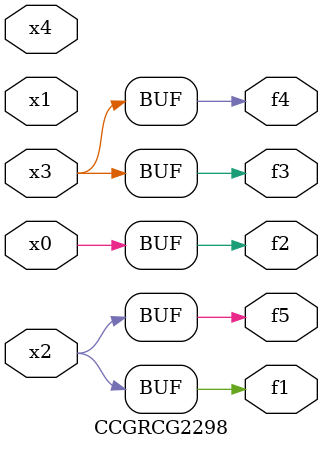
<source format=v>
module CCGRCG2298(
	input x0, x1, x2, x3, x4,
	output f1, f2, f3, f4, f5
);
	assign f1 = x2;
	assign f2 = x0;
	assign f3 = x3;
	assign f4 = x3;
	assign f5 = x2;
endmodule

</source>
